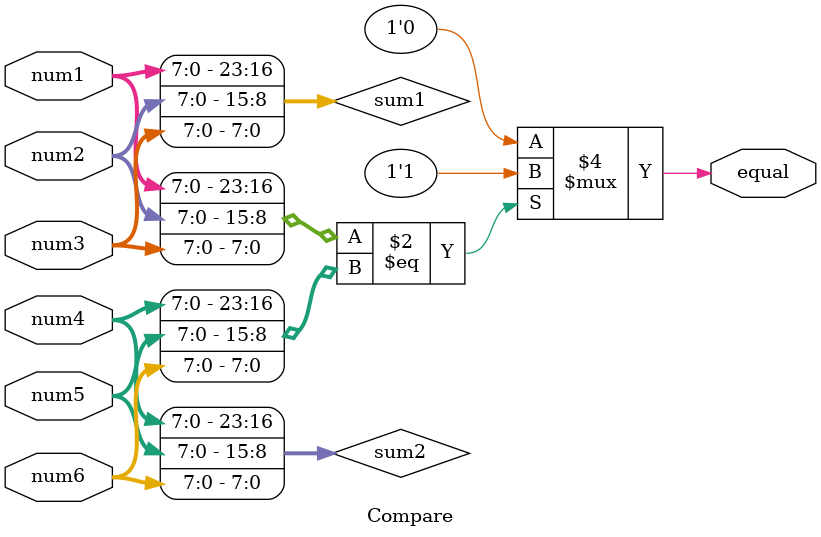
<source format=v>
module Compare(
    input [7:0] num1, num2, num3,  // 第一组三个8位二进制输入
    input [7:0] num4, num5, num6,  // 第二组三个8位二进制输入
    output reg equal               // 输出信号，相等为1，不等为0
);

    wire [23:0] sum1;  // 用于组合第一组三个8位数的连线
    wire [23:0] sum2;  // 用于组合第二组三个8位数的连线

    assign sum1 = {num1, num2, num3};  // 拼接第一组三个8位二进制数
    assign sum2 = {num4, num5, num6};  // 拼接第二组三个8位二进制数

    always @(*) begin
        if (sum1 == sum2)
            equal = 1'b1;
        else
            equal = 1'b0;
    end

endmodule

</source>
